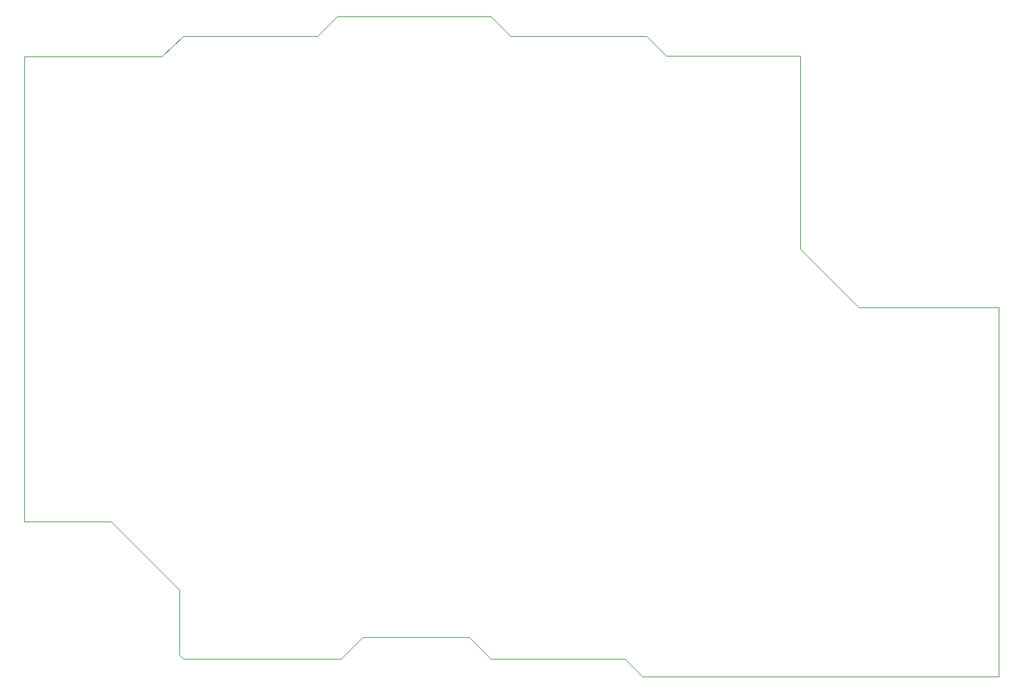
<source format=gbr>
%TF.GenerationSoftware,KiCad,Pcbnew,9.0.3*%
%TF.CreationDate,2025-07-27T18:33:32+02:00*%
%TF.ProjectId,Tastatur,54617374-6174-4757-922e-6b696361645f,0*%
%TF.SameCoordinates,Original*%
%TF.FileFunction,Profile,NP*%
%FSLAX46Y46*%
G04 Gerber Fmt 4.6, Leading zero omitted, Abs format (unit mm)*
G04 Created by KiCad (PCBNEW 9.0.3) date 2025-07-27 18:33:32*
%MOMM*%
%LPD*%
G01*
G04 APERTURE LIST*
%TA.AperFunction,Profile*%
%ADD10C,0.050000*%
%TD*%
G04 APERTURE END LIST*
D10*
X135660000Y-57118000D02*
X153186000Y-57118000D01*
X155726000Y-59658000D01*
X173004000Y-59658000D01*
X173004000Y-59912000D01*
X173004000Y-84566000D01*
X180492000Y-92054000D01*
X198504000Y-92054000D01*
X198504000Y-139630000D01*
X152640000Y-139630000D01*
X150392000Y-137382000D01*
X133120000Y-137382000D01*
X130326000Y-134588000D01*
X116610000Y-134588000D01*
X113816000Y-137382000D01*
X93496000Y-137382000D01*
X92988000Y-136874000D01*
X92988000Y-128492000D01*
X84180000Y-119684000D01*
X73004000Y-119684000D01*
X73004000Y-59730000D01*
X90702000Y-59730000D01*
X93496000Y-57118000D01*
X110768000Y-57118000D01*
X113308000Y-54578000D01*
X133120000Y-54578000D01*
X135660000Y-57118000D01*
M02*

</source>
